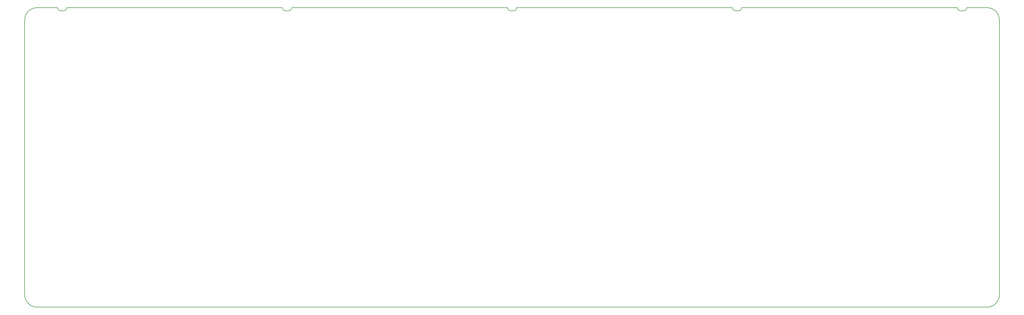
<source format=gbr>
%TF.GenerationSoftware,KiCad,Pcbnew,(5.1.10)-1*%
%TF.CreationDate,2021-07-26T00:01:36+07:00*%
%TF.ProjectId,Leopold Replacement,4c656f70-6f6c-4642-9052-65706c616365,rev?*%
%TF.SameCoordinates,Original*%
%TF.FileFunction,Profile,NP*%
%FSLAX46Y46*%
G04 Gerber Fmt 4.6, Leading zero omitted, Abs format (unit mm)*
G04 Created by KiCad (PCBNEW (5.1.10)-1) date 2021-07-26 00:01:36*
%MOMM*%
%LPD*%
G01*
G04 APERTURE LIST*
%TA.AperFunction,Profile*%
%ADD10C,0.200000*%
%TD*%
G04 APERTURE END LIST*
D10*
X303500000Y0D02*
X309966000Y0D01*
X231500000Y0D02*
X300500000Y0D01*
X159500000Y0D02*
X228500000Y0D01*
X87500000Y0D02*
X156500000Y0D01*
X301500000Y-1000000D02*
X302500000Y-1000000D01*
X302500000Y-1000000D02*
G75*
G03*
X303500000Y0I0J1000000D01*
G01*
X300500000Y0D02*
G75*
G03*
X301500000Y-1000000I1000000J0D01*
G01*
X229500000Y-1000000D02*
X230500000Y-1000000D01*
X230500000Y-1000000D02*
G75*
G03*
X231500000Y0I0J1000000D01*
G01*
X228500000Y0D02*
G75*
G03*
X229500000Y-1000000I1000000J0D01*
G01*
X157500000Y-1000000D02*
X158500000Y-1000000D01*
X158500000Y-1000000D02*
G75*
G03*
X159500000Y0I0J1000000D01*
G01*
X156500000Y0D02*
G75*
G03*
X157500000Y-1000000I1000000J0D01*
G01*
X85500000Y-1000000D02*
X86500000Y-1000000D01*
X86500000Y-1000000D02*
G75*
G03*
X87500000Y0I0J1000000D01*
G01*
X84500000Y0D02*
G75*
G03*
X85500000Y-1000000I1000000J0D01*
G01*
X6000000Y0D02*
X12500000Y0D01*
X13500000Y-1000000D02*
X14500000Y-1000000D01*
X14500000Y-1000000D02*
G75*
G03*
X15500000Y0I0J1000000D01*
G01*
X12500000Y0D02*
G75*
G03*
X13500000Y-1000000I1000000J0D01*
G01*
X313966000Y-92050300D02*
X313966000Y-4000000D01*
X309966000Y0D02*
G75*
G02*
X313966000Y-4000000I0J-4000000D01*
G01*
X84500000Y0D02*
X15500000Y0D01*
X6000000Y-96050300D02*
G75*
G02*
X2000000Y-92050300I0J4000000D01*
G01*
X6000000Y-96050300D02*
X309966000Y-96050300D01*
X2000000Y-4000000D02*
G75*
G02*
X6000000Y0I4000000J0D01*
G01*
X313966000Y-92050300D02*
G75*
G02*
X309966000Y-96050300I-4000000J0D01*
G01*
X2000000Y-4000000D02*
X2000000Y-92050300D01*
M02*

</source>
